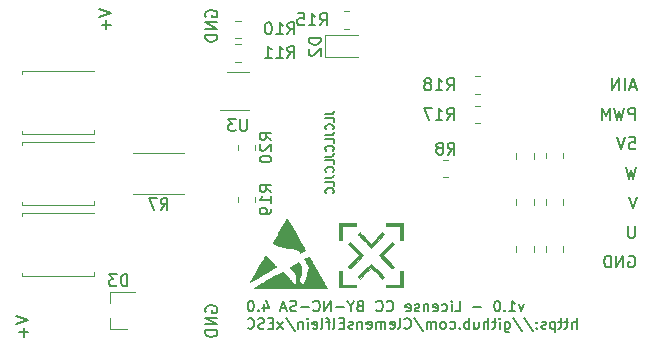
<source format=gbr>
%TF.GenerationSoftware,KiCad,Pcbnew,(5.1.10)-1*%
%TF.CreationDate,2021-11-06T00:48:36+01:00*%
%TF.ProjectId,xESC,78455343-2e6b-4696-9361-645f70636258,rev?*%
%TF.SameCoordinates,Original*%
%TF.FileFunction,Legend,Bot*%
%TF.FilePolarity,Positive*%
%FSLAX46Y46*%
G04 Gerber Fmt 4.6, Leading zero omitted, Abs format (unit mm)*
G04 Created by KiCad (PCBNEW (5.1.10)-1) date 2021-11-06 00:48:36*
%MOMM*%
%LPD*%
G01*
G04 APERTURE LIST*
%ADD10C,0.150000*%
%ADD11C,0.120000*%
%ADD12C,0.010000*%
G04 APERTURE END LIST*
D10*
X186616666Y-39966666D02*
X187116666Y-39966666D01*
X187216666Y-39933333D01*
X187283333Y-39866666D01*
X187316666Y-39766666D01*
X187316666Y-39700000D01*
X187316666Y-40633333D02*
X187316666Y-40300000D01*
X186616666Y-40300000D01*
X187250000Y-41266666D02*
X187283333Y-41233333D01*
X187316666Y-41133333D01*
X187316666Y-41066666D01*
X187283333Y-40966666D01*
X187216666Y-40900000D01*
X187150000Y-40866666D01*
X187016666Y-40833333D01*
X186916666Y-40833333D01*
X186783333Y-40866666D01*
X186716666Y-40900000D01*
X186650000Y-40966666D01*
X186616666Y-41066666D01*
X186616666Y-41133333D01*
X186650000Y-41233333D01*
X186683333Y-41266666D01*
X186616666Y-41766666D02*
X187116666Y-41766666D01*
X187216666Y-41733333D01*
X187283333Y-41666666D01*
X187316666Y-41566666D01*
X187316666Y-41500000D01*
X187316666Y-42433333D02*
X187316666Y-42100000D01*
X186616666Y-42100000D01*
X187250000Y-43066666D02*
X187283333Y-43033333D01*
X187316666Y-42933333D01*
X187316666Y-42866666D01*
X187283333Y-42766666D01*
X187216666Y-42700000D01*
X187150000Y-42666666D01*
X187016666Y-42633333D01*
X186916666Y-42633333D01*
X186783333Y-42666666D01*
X186716666Y-42700000D01*
X186650000Y-42766666D01*
X186616666Y-42866666D01*
X186616666Y-42933333D01*
X186650000Y-43033333D01*
X186683333Y-43066666D01*
X186616666Y-43566666D02*
X187116666Y-43566666D01*
X187216666Y-43533333D01*
X187283333Y-43466666D01*
X187316666Y-43366666D01*
X187316666Y-43300000D01*
X187316666Y-44233333D02*
X187316666Y-43900000D01*
X186616666Y-43900000D01*
X187250000Y-44866666D02*
X187283333Y-44833333D01*
X187316666Y-44733333D01*
X187316666Y-44666666D01*
X187283333Y-44566666D01*
X187216666Y-44500000D01*
X187150000Y-44466666D01*
X187016666Y-44433333D01*
X186916666Y-44433333D01*
X186783333Y-44466666D01*
X186716666Y-44500000D01*
X186650000Y-44566666D01*
X186616666Y-44666666D01*
X186616666Y-44733333D01*
X186650000Y-44833333D01*
X186683333Y-44866666D01*
X186616666Y-45366666D02*
X187116666Y-45366666D01*
X187216666Y-45333333D01*
X187283333Y-45266666D01*
X187316666Y-45166666D01*
X187316666Y-45100000D01*
X187316666Y-46033333D02*
X187316666Y-45700000D01*
X186616666Y-45700000D01*
X187250000Y-46666666D02*
X187283333Y-46633333D01*
X187316666Y-46533333D01*
X187316666Y-46466666D01*
X187283333Y-46366666D01*
X187216666Y-46300000D01*
X187150000Y-46266666D01*
X187016666Y-46233333D01*
X186916666Y-46233333D01*
X186783333Y-46266666D01*
X186716666Y-46300000D01*
X186650000Y-46366666D01*
X186616666Y-46466666D01*
X186616666Y-46533333D01*
X186650000Y-46633333D01*
X186683333Y-46666666D01*
X203418928Y-56057142D02*
X203204642Y-56657142D01*
X202990357Y-56057142D01*
X202176071Y-56657142D02*
X202690357Y-56657142D01*
X202433214Y-56657142D02*
X202433214Y-55757142D01*
X202518928Y-55885714D01*
X202604642Y-55971428D01*
X202690357Y-56014285D01*
X201790357Y-56571428D02*
X201747500Y-56614285D01*
X201790357Y-56657142D01*
X201833214Y-56614285D01*
X201790357Y-56571428D01*
X201790357Y-56657142D01*
X201190357Y-55757142D02*
X201104642Y-55757142D01*
X201018928Y-55800000D01*
X200976071Y-55842857D01*
X200933214Y-55928571D01*
X200890357Y-56100000D01*
X200890357Y-56314285D01*
X200933214Y-56485714D01*
X200976071Y-56571428D01*
X201018928Y-56614285D01*
X201104642Y-56657142D01*
X201190357Y-56657142D01*
X201276071Y-56614285D01*
X201318928Y-56571428D01*
X201361785Y-56485714D01*
X201404642Y-56314285D01*
X201404642Y-56100000D01*
X201361785Y-55928571D01*
X201318928Y-55842857D01*
X201276071Y-55800000D01*
X201190357Y-55757142D01*
X199818928Y-56314285D02*
X199133214Y-56314285D01*
X197590357Y-56657142D02*
X198018928Y-56657142D01*
X198018928Y-55757142D01*
X197290357Y-56657142D02*
X197290357Y-56057142D01*
X197290357Y-55757142D02*
X197333214Y-55800000D01*
X197290357Y-55842857D01*
X197247500Y-55800000D01*
X197290357Y-55757142D01*
X197290357Y-55842857D01*
X196476071Y-56614285D02*
X196561785Y-56657142D01*
X196733214Y-56657142D01*
X196818928Y-56614285D01*
X196861785Y-56571428D01*
X196904642Y-56485714D01*
X196904642Y-56228571D01*
X196861785Y-56142857D01*
X196818928Y-56100000D01*
X196733214Y-56057142D01*
X196561785Y-56057142D01*
X196476071Y-56100000D01*
X195747500Y-56614285D02*
X195833214Y-56657142D01*
X196004642Y-56657142D01*
X196090357Y-56614285D01*
X196133214Y-56528571D01*
X196133214Y-56185714D01*
X196090357Y-56100000D01*
X196004642Y-56057142D01*
X195833214Y-56057142D01*
X195747500Y-56100000D01*
X195704642Y-56185714D01*
X195704642Y-56271428D01*
X196133214Y-56357142D01*
X195318928Y-56057142D02*
X195318928Y-56657142D01*
X195318928Y-56142857D02*
X195276071Y-56100000D01*
X195190357Y-56057142D01*
X195061785Y-56057142D01*
X194976071Y-56100000D01*
X194933214Y-56185714D01*
X194933214Y-56657142D01*
X194547500Y-56614285D02*
X194461785Y-56657142D01*
X194290357Y-56657142D01*
X194204642Y-56614285D01*
X194161785Y-56528571D01*
X194161785Y-56485714D01*
X194204642Y-56400000D01*
X194290357Y-56357142D01*
X194418928Y-56357142D01*
X194504642Y-56314285D01*
X194547500Y-56228571D01*
X194547500Y-56185714D01*
X194504642Y-56100000D01*
X194418928Y-56057142D01*
X194290357Y-56057142D01*
X194204642Y-56100000D01*
X193433214Y-56614285D02*
X193518928Y-56657142D01*
X193690357Y-56657142D01*
X193776071Y-56614285D01*
X193818928Y-56528571D01*
X193818928Y-56185714D01*
X193776071Y-56100000D01*
X193690357Y-56057142D01*
X193518928Y-56057142D01*
X193433214Y-56100000D01*
X193390357Y-56185714D01*
X193390357Y-56271428D01*
X193818928Y-56357142D01*
X191804642Y-56571428D02*
X191847500Y-56614285D01*
X191976071Y-56657142D01*
X192061785Y-56657142D01*
X192190357Y-56614285D01*
X192276071Y-56528571D01*
X192318928Y-56442857D01*
X192361785Y-56271428D01*
X192361785Y-56142857D01*
X192318928Y-55971428D01*
X192276071Y-55885714D01*
X192190357Y-55800000D01*
X192061785Y-55757142D01*
X191976071Y-55757142D01*
X191847500Y-55800000D01*
X191804642Y-55842857D01*
X190904642Y-56571428D02*
X190947500Y-56614285D01*
X191076071Y-56657142D01*
X191161785Y-56657142D01*
X191290357Y-56614285D01*
X191376071Y-56528571D01*
X191418928Y-56442857D01*
X191461785Y-56271428D01*
X191461785Y-56142857D01*
X191418928Y-55971428D01*
X191376071Y-55885714D01*
X191290357Y-55800000D01*
X191161785Y-55757142D01*
X191076071Y-55757142D01*
X190947500Y-55800000D01*
X190904642Y-55842857D01*
X189533214Y-56185714D02*
X189404642Y-56228571D01*
X189361785Y-56271428D01*
X189318928Y-56357142D01*
X189318928Y-56485714D01*
X189361785Y-56571428D01*
X189404642Y-56614285D01*
X189490357Y-56657142D01*
X189833214Y-56657142D01*
X189833214Y-55757142D01*
X189533214Y-55757142D01*
X189447500Y-55800000D01*
X189404642Y-55842857D01*
X189361785Y-55928571D01*
X189361785Y-56014285D01*
X189404642Y-56100000D01*
X189447500Y-56142857D01*
X189533214Y-56185714D01*
X189833214Y-56185714D01*
X188761785Y-56228571D02*
X188761785Y-56657142D01*
X189061785Y-55757142D02*
X188761785Y-56228571D01*
X188461785Y-55757142D01*
X188161785Y-56314285D02*
X187476071Y-56314285D01*
X187047500Y-56657142D02*
X187047500Y-55757142D01*
X186533214Y-56657142D01*
X186533214Y-55757142D01*
X185590357Y-56571428D02*
X185633214Y-56614285D01*
X185761785Y-56657142D01*
X185847500Y-56657142D01*
X185976071Y-56614285D01*
X186061785Y-56528571D01*
X186104642Y-56442857D01*
X186147500Y-56271428D01*
X186147500Y-56142857D01*
X186104642Y-55971428D01*
X186061785Y-55885714D01*
X185976071Y-55800000D01*
X185847500Y-55757142D01*
X185761785Y-55757142D01*
X185633214Y-55800000D01*
X185590357Y-55842857D01*
X185204642Y-56314285D02*
X184518928Y-56314285D01*
X184133214Y-56614285D02*
X184004642Y-56657142D01*
X183790357Y-56657142D01*
X183704642Y-56614285D01*
X183661785Y-56571428D01*
X183618928Y-56485714D01*
X183618928Y-56400000D01*
X183661785Y-56314285D01*
X183704642Y-56271428D01*
X183790357Y-56228571D01*
X183961785Y-56185714D01*
X184047500Y-56142857D01*
X184090357Y-56100000D01*
X184133214Y-56014285D01*
X184133214Y-55928571D01*
X184090357Y-55842857D01*
X184047500Y-55800000D01*
X183961785Y-55757142D01*
X183747500Y-55757142D01*
X183618928Y-55800000D01*
X183276071Y-56400000D02*
X182847500Y-56400000D01*
X183361785Y-56657142D02*
X183061785Y-55757142D01*
X182761785Y-56657142D01*
X181390357Y-56057142D02*
X181390357Y-56657142D01*
X181604642Y-55714285D02*
X181818928Y-56357142D01*
X181261785Y-56357142D01*
X180918928Y-56571428D02*
X180876071Y-56614285D01*
X180918928Y-56657142D01*
X180961785Y-56614285D01*
X180918928Y-56571428D01*
X180918928Y-56657142D01*
X180318928Y-55757142D02*
X180233214Y-55757142D01*
X180147500Y-55800000D01*
X180104642Y-55842857D01*
X180061785Y-55928571D01*
X180018928Y-56100000D01*
X180018928Y-56314285D01*
X180061785Y-56485714D01*
X180104642Y-56571428D01*
X180147500Y-56614285D01*
X180233214Y-56657142D01*
X180318928Y-56657142D01*
X180404642Y-56614285D01*
X180447500Y-56571428D01*
X180490357Y-56485714D01*
X180533214Y-56314285D01*
X180533214Y-56100000D01*
X180490357Y-55928571D01*
X180447500Y-55842857D01*
X180404642Y-55800000D01*
X180318928Y-55757142D01*
X207876071Y-58157142D02*
X207876071Y-57257142D01*
X207490357Y-58157142D02*
X207490357Y-57685714D01*
X207533214Y-57600000D01*
X207618928Y-57557142D01*
X207747500Y-57557142D01*
X207833214Y-57600000D01*
X207876071Y-57642857D01*
X207190357Y-57557142D02*
X206847500Y-57557142D01*
X207061785Y-57257142D02*
X207061785Y-58028571D01*
X207018928Y-58114285D01*
X206933214Y-58157142D01*
X206847500Y-58157142D01*
X206676071Y-57557142D02*
X206333214Y-57557142D01*
X206547500Y-57257142D02*
X206547500Y-58028571D01*
X206504642Y-58114285D01*
X206418928Y-58157142D01*
X206333214Y-58157142D01*
X206033214Y-57557142D02*
X206033214Y-58457142D01*
X206033214Y-57600000D02*
X205947500Y-57557142D01*
X205776071Y-57557142D01*
X205690357Y-57600000D01*
X205647500Y-57642857D01*
X205604642Y-57728571D01*
X205604642Y-57985714D01*
X205647500Y-58071428D01*
X205690357Y-58114285D01*
X205776071Y-58157142D01*
X205947500Y-58157142D01*
X206033214Y-58114285D01*
X205261785Y-58114285D02*
X205176071Y-58157142D01*
X205004642Y-58157142D01*
X204918928Y-58114285D01*
X204876071Y-58028571D01*
X204876071Y-57985714D01*
X204918928Y-57900000D01*
X205004642Y-57857142D01*
X205133214Y-57857142D01*
X205218928Y-57814285D01*
X205261785Y-57728571D01*
X205261785Y-57685714D01*
X205218928Y-57600000D01*
X205133214Y-57557142D01*
X205004642Y-57557142D01*
X204918928Y-57600000D01*
X204490357Y-58071428D02*
X204447500Y-58114285D01*
X204490357Y-58157142D01*
X204533214Y-58114285D01*
X204490357Y-58071428D01*
X204490357Y-58157142D01*
X204490357Y-57600000D02*
X204447500Y-57642857D01*
X204490357Y-57685714D01*
X204533214Y-57642857D01*
X204490357Y-57600000D01*
X204490357Y-57685714D01*
X203418928Y-57214285D02*
X204190357Y-58371428D01*
X202476071Y-57214285D02*
X203247500Y-58371428D01*
X201790357Y-57557142D02*
X201790357Y-58285714D01*
X201833214Y-58371428D01*
X201876071Y-58414285D01*
X201961785Y-58457142D01*
X202090357Y-58457142D01*
X202176071Y-58414285D01*
X201790357Y-58114285D02*
X201876071Y-58157142D01*
X202047500Y-58157142D01*
X202133214Y-58114285D01*
X202176071Y-58071428D01*
X202218928Y-57985714D01*
X202218928Y-57728571D01*
X202176071Y-57642857D01*
X202133214Y-57600000D01*
X202047500Y-57557142D01*
X201876071Y-57557142D01*
X201790357Y-57600000D01*
X201361785Y-58157142D02*
X201361785Y-57557142D01*
X201361785Y-57257142D02*
X201404642Y-57300000D01*
X201361785Y-57342857D01*
X201318928Y-57300000D01*
X201361785Y-57257142D01*
X201361785Y-57342857D01*
X201061785Y-57557142D02*
X200718928Y-57557142D01*
X200933214Y-57257142D02*
X200933214Y-58028571D01*
X200890357Y-58114285D01*
X200804642Y-58157142D01*
X200718928Y-58157142D01*
X200418928Y-58157142D02*
X200418928Y-57257142D01*
X200033214Y-58157142D02*
X200033214Y-57685714D01*
X200076071Y-57600000D01*
X200161785Y-57557142D01*
X200290357Y-57557142D01*
X200376071Y-57600000D01*
X200418928Y-57642857D01*
X199218928Y-57557142D02*
X199218928Y-58157142D01*
X199604642Y-57557142D02*
X199604642Y-58028571D01*
X199561785Y-58114285D01*
X199476071Y-58157142D01*
X199347500Y-58157142D01*
X199261785Y-58114285D01*
X199218928Y-58071428D01*
X198790357Y-58157142D02*
X198790357Y-57257142D01*
X198790357Y-57600000D02*
X198704642Y-57557142D01*
X198533214Y-57557142D01*
X198447500Y-57600000D01*
X198404642Y-57642857D01*
X198361785Y-57728571D01*
X198361785Y-57985714D01*
X198404642Y-58071428D01*
X198447500Y-58114285D01*
X198533214Y-58157142D01*
X198704642Y-58157142D01*
X198790357Y-58114285D01*
X197976071Y-58071428D02*
X197933214Y-58114285D01*
X197976071Y-58157142D01*
X198018928Y-58114285D01*
X197976071Y-58071428D01*
X197976071Y-58157142D01*
X197161785Y-58114285D02*
X197247500Y-58157142D01*
X197418928Y-58157142D01*
X197504642Y-58114285D01*
X197547500Y-58071428D01*
X197590357Y-57985714D01*
X197590357Y-57728571D01*
X197547500Y-57642857D01*
X197504642Y-57600000D01*
X197418928Y-57557142D01*
X197247500Y-57557142D01*
X197161785Y-57600000D01*
X196647500Y-58157142D02*
X196733214Y-58114285D01*
X196776071Y-58071428D01*
X196818928Y-57985714D01*
X196818928Y-57728571D01*
X196776071Y-57642857D01*
X196733214Y-57600000D01*
X196647500Y-57557142D01*
X196518928Y-57557142D01*
X196433214Y-57600000D01*
X196390357Y-57642857D01*
X196347500Y-57728571D01*
X196347500Y-57985714D01*
X196390357Y-58071428D01*
X196433214Y-58114285D01*
X196518928Y-58157142D01*
X196647500Y-58157142D01*
X195961785Y-58157142D02*
X195961785Y-57557142D01*
X195961785Y-57642857D02*
X195918928Y-57600000D01*
X195833214Y-57557142D01*
X195704642Y-57557142D01*
X195618928Y-57600000D01*
X195576071Y-57685714D01*
X195576071Y-58157142D01*
X195576071Y-57685714D02*
X195533214Y-57600000D01*
X195447500Y-57557142D01*
X195318928Y-57557142D01*
X195233214Y-57600000D01*
X195190357Y-57685714D01*
X195190357Y-58157142D01*
X194118928Y-57214285D02*
X194890357Y-58371428D01*
X193304642Y-58071428D02*
X193347500Y-58114285D01*
X193476071Y-58157142D01*
X193561785Y-58157142D01*
X193690357Y-58114285D01*
X193776071Y-58028571D01*
X193818928Y-57942857D01*
X193861785Y-57771428D01*
X193861785Y-57642857D01*
X193818928Y-57471428D01*
X193776071Y-57385714D01*
X193690357Y-57300000D01*
X193561785Y-57257142D01*
X193476071Y-57257142D01*
X193347500Y-57300000D01*
X193304642Y-57342857D01*
X192790357Y-58157142D02*
X192876071Y-58114285D01*
X192918928Y-58028571D01*
X192918928Y-57257142D01*
X192104642Y-58114285D02*
X192190357Y-58157142D01*
X192361785Y-58157142D01*
X192447500Y-58114285D01*
X192490357Y-58028571D01*
X192490357Y-57685714D01*
X192447500Y-57600000D01*
X192361785Y-57557142D01*
X192190357Y-57557142D01*
X192104642Y-57600000D01*
X192061785Y-57685714D01*
X192061785Y-57771428D01*
X192490357Y-57857142D01*
X191676071Y-58157142D02*
X191676071Y-57557142D01*
X191676071Y-57642857D02*
X191633214Y-57600000D01*
X191547500Y-57557142D01*
X191418928Y-57557142D01*
X191333214Y-57600000D01*
X191290357Y-57685714D01*
X191290357Y-58157142D01*
X191290357Y-57685714D02*
X191247500Y-57600000D01*
X191161785Y-57557142D01*
X191033214Y-57557142D01*
X190947500Y-57600000D01*
X190904642Y-57685714D01*
X190904642Y-58157142D01*
X190133214Y-58114285D02*
X190218928Y-58157142D01*
X190390357Y-58157142D01*
X190476071Y-58114285D01*
X190518928Y-58028571D01*
X190518928Y-57685714D01*
X190476071Y-57600000D01*
X190390357Y-57557142D01*
X190218928Y-57557142D01*
X190133214Y-57600000D01*
X190090357Y-57685714D01*
X190090357Y-57771428D01*
X190518928Y-57857142D01*
X189704642Y-57557142D02*
X189704642Y-58157142D01*
X189704642Y-57642857D02*
X189661785Y-57600000D01*
X189576071Y-57557142D01*
X189447500Y-57557142D01*
X189361785Y-57600000D01*
X189318928Y-57685714D01*
X189318928Y-58157142D01*
X188933214Y-58114285D02*
X188847500Y-58157142D01*
X188676071Y-58157142D01*
X188590357Y-58114285D01*
X188547500Y-58028571D01*
X188547500Y-57985714D01*
X188590357Y-57900000D01*
X188676071Y-57857142D01*
X188804642Y-57857142D01*
X188890357Y-57814285D01*
X188933214Y-57728571D01*
X188933214Y-57685714D01*
X188890357Y-57600000D01*
X188804642Y-57557142D01*
X188676071Y-57557142D01*
X188590357Y-57600000D01*
X188161785Y-57685714D02*
X187861785Y-57685714D01*
X187733214Y-58157142D02*
X188161785Y-58157142D01*
X188161785Y-57257142D01*
X187733214Y-57257142D01*
X187218928Y-58157142D02*
X187304642Y-58114285D01*
X187347500Y-58028571D01*
X187347500Y-57257142D01*
X187004642Y-57557142D02*
X186661785Y-57557142D01*
X186876071Y-58157142D02*
X186876071Y-57385714D01*
X186833214Y-57300000D01*
X186747500Y-57257142D01*
X186661785Y-57257142D01*
X186233214Y-58157142D02*
X186318928Y-58114285D01*
X186361785Y-58028571D01*
X186361785Y-57257142D01*
X185547500Y-58114285D02*
X185633214Y-58157142D01*
X185804642Y-58157142D01*
X185890357Y-58114285D01*
X185933214Y-58028571D01*
X185933214Y-57685714D01*
X185890357Y-57600000D01*
X185804642Y-57557142D01*
X185633214Y-57557142D01*
X185547500Y-57600000D01*
X185504642Y-57685714D01*
X185504642Y-57771428D01*
X185933214Y-57857142D01*
X185118928Y-58157142D02*
X185118928Y-57557142D01*
X185118928Y-57257142D02*
X185161785Y-57300000D01*
X185118928Y-57342857D01*
X185076071Y-57300000D01*
X185118928Y-57257142D01*
X185118928Y-57342857D01*
X184690357Y-57557142D02*
X184690357Y-58157142D01*
X184690357Y-57642857D02*
X184647500Y-57600000D01*
X184561785Y-57557142D01*
X184433214Y-57557142D01*
X184347500Y-57600000D01*
X184304642Y-57685714D01*
X184304642Y-58157142D01*
X183233214Y-57214285D02*
X184004642Y-58371428D01*
X183018928Y-58157142D02*
X182547500Y-57557142D01*
X183018928Y-57557142D02*
X182547500Y-58157142D01*
X182204642Y-57685714D02*
X181904642Y-57685714D01*
X181776071Y-58157142D02*
X182204642Y-58157142D01*
X182204642Y-57257142D01*
X181776071Y-57257142D01*
X181433214Y-58114285D02*
X181304642Y-58157142D01*
X181090357Y-58157142D01*
X181004642Y-58114285D01*
X180961785Y-58071428D01*
X180918928Y-57985714D01*
X180918928Y-57900000D01*
X180961785Y-57814285D01*
X181004642Y-57771428D01*
X181090357Y-57728571D01*
X181261785Y-57685714D01*
X181347500Y-57642857D01*
X181390357Y-57600000D01*
X181433214Y-57514285D01*
X181433214Y-57428571D01*
X181390357Y-57342857D01*
X181347500Y-57300000D01*
X181261785Y-57257142D01*
X181047500Y-57257142D01*
X180918928Y-57300000D01*
X180018928Y-58071428D02*
X180061785Y-58114285D01*
X180190357Y-58157142D01*
X180276071Y-58157142D01*
X180404642Y-58114285D01*
X180490357Y-58028571D01*
X180533214Y-57942857D01*
X180576071Y-57771428D01*
X180576071Y-57642857D01*
X180533214Y-57471428D01*
X180490357Y-57385714D01*
X180404642Y-57300000D01*
X180276071Y-57257142D01*
X180190357Y-57257142D01*
X180061785Y-57300000D01*
X180018928Y-57342857D01*
X212290595Y-52000000D02*
X212385833Y-51952380D01*
X212528690Y-51952380D01*
X212671547Y-52000000D01*
X212766785Y-52095238D01*
X212814404Y-52190476D01*
X212862023Y-52380952D01*
X212862023Y-52523809D01*
X212814404Y-52714285D01*
X212766785Y-52809523D01*
X212671547Y-52904761D01*
X212528690Y-52952380D01*
X212433452Y-52952380D01*
X212290595Y-52904761D01*
X212242976Y-52857142D01*
X212242976Y-52523809D01*
X212433452Y-52523809D01*
X211814404Y-52952380D02*
X211814404Y-51952380D01*
X211242976Y-52952380D01*
X211242976Y-51952380D01*
X210766785Y-52952380D02*
X210766785Y-51952380D01*
X210528690Y-51952380D01*
X210385833Y-52000000D01*
X210290595Y-52095238D01*
X210242976Y-52190476D01*
X210195357Y-52380952D01*
X210195357Y-52523809D01*
X210242976Y-52714285D01*
X210290595Y-52809523D01*
X210385833Y-52904761D01*
X210528690Y-52952380D01*
X210766785Y-52952380D01*
X212814404Y-49452380D02*
X212814404Y-50261904D01*
X212766785Y-50357142D01*
X212719166Y-50404761D01*
X212623928Y-50452380D01*
X212433452Y-50452380D01*
X212338214Y-50404761D01*
X212290595Y-50357142D01*
X212242976Y-50261904D01*
X212242976Y-49452380D01*
X212957261Y-46952380D02*
X212623928Y-47952380D01*
X212290595Y-46952380D01*
X212909642Y-44452380D02*
X212671547Y-45452380D01*
X212481071Y-44738095D01*
X212290595Y-45452380D01*
X212052500Y-44452380D01*
X212338214Y-41952380D02*
X212814404Y-41952380D01*
X212862023Y-42428571D01*
X212814404Y-42380952D01*
X212719166Y-42333333D01*
X212481071Y-42333333D01*
X212385833Y-42380952D01*
X212338214Y-42428571D01*
X212290595Y-42523809D01*
X212290595Y-42761904D01*
X212338214Y-42857142D01*
X212385833Y-42904761D01*
X212481071Y-42952380D01*
X212719166Y-42952380D01*
X212814404Y-42904761D01*
X212862023Y-42857142D01*
X212004880Y-41952380D02*
X211671547Y-42952380D01*
X211338214Y-41952380D01*
X212814404Y-40452380D02*
X212814404Y-39452380D01*
X212433452Y-39452380D01*
X212338214Y-39500000D01*
X212290595Y-39547619D01*
X212242976Y-39642857D01*
X212242976Y-39785714D01*
X212290595Y-39880952D01*
X212338214Y-39928571D01*
X212433452Y-39976190D01*
X212814404Y-39976190D01*
X211909642Y-39452380D02*
X211671547Y-40452380D01*
X211481071Y-39738095D01*
X211290595Y-40452380D01*
X211052500Y-39452380D01*
X210671547Y-40452380D02*
X210671547Y-39452380D01*
X210338214Y-40166666D01*
X210004880Y-39452380D01*
X210004880Y-40452380D01*
X212862023Y-37666666D02*
X212385833Y-37666666D01*
X212957261Y-37952380D02*
X212623928Y-36952380D01*
X212290595Y-37952380D01*
X211957261Y-37952380D02*
X211957261Y-36952380D01*
X211481071Y-37952380D02*
X211481071Y-36952380D01*
X210909642Y-37952380D01*
X210909642Y-36952380D01*
X176500000Y-56738095D02*
X176452380Y-56642857D01*
X176452380Y-56500000D01*
X176500000Y-56357142D01*
X176595238Y-56261904D01*
X176690476Y-56214285D01*
X176880952Y-56166666D01*
X177023809Y-56166666D01*
X177214285Y-56214285D01*
X177309523Y-56261904D01*
X177404761Y-56357142D01*
X177452380Y-56500000D01*
X177452380Y-56595238D01*
X177404761Y-56738095D01*
X177357142Y-56785714D01*
X177023809Y-56785714D01*
X177023809Y-56595238D01*
X177452380Y-57214285D02*
X176452380Y-57214285D01*
X177452380Y-57785714D01*
X176452380Y-57785714D01*
X177452380Y-58261904D02*
X176452380Y-58261904D01*
X176452380Y-58500000D01*
X176500000Y-58642857D01*
X176595238Y-58738095D01*
X176690476Y-58785714D01*
X176880952Y-58833333D01*
X177023809Y-58833333D01*
X177214285Y-58785714D01*
X177309523Y-58738095D01*
X177404761Y-58642857D01*
X177452380Y-58500000D01*
X177452380Y-58261904D01*
X160452380Y-57047619D02*
X161452380Y-57380952D01*
X160452380Y-57714285D01*
X161071428Y-58047619D02*
X161071428Y-58809523D01*
X161452380Y-58428571D02*
X160690476Y-58428571D01*
X167452380Y-31047619D02*
X168452380Y-31380952D01*
X167452380Y-31714285D01*
X168071428Y-32047619D02*
X168071428Y-32809523D01*
X168452380Y-32428571D02*
X167690476Y-32428571D01*
X176500000Y-31738095D02*
X176452380Y-31642857D01*
X176452380Y-31500000D01*
X176500000Y-31357142D01*
X176595238Y-31261904D01*
X176690476Y-31214285D01*
X176880952Y-31166666D01*
X177023809Y-31166666D01*
X177214285Y-31214285D01*
X177309523Y-31261904D01*
X177404761Y-31357142D01*
X177452380Y-31500000D01*
X177452380Y-31595238D01*
X177404761Y-31738095D01*
X177357142Y-31785714D01*
X177023809Y-31785714D01*
X177023809Y-31595238D01*
X177452380Y-32214285D02*
X176452380Y-32214285D01*
X177452380Y-32785714D01*
X176452380Y-32785714D01*
X177452380Y-33261904D02*
X176452380Y-33261904D01*
X176452380Y-33500000D01*
X176500000Y-33642857D01*
X176595238Y-33738095D01*
X176690476Y-33785714D01*
X176880952Y-33833333D01*
X177023809Y-33833333D01*
X177214285Y-33785714D01*
X177309523Y-33738095D01*
X177404761Y-33642857D01*
X177452380Y-33500000D01*
X177452380Y-33261904D01*
D11*
%TO.C,U3*%
X178301226Y-36440105D02*
X180101226Y-36440105D01*
X180101226Y-39660105D02*
X177651226Y-39660105D01*
%TO.C,R20*%
X179205000Y-43017064D02*
X179205000Y-42562936D01*
X180675000Y-43017064D02*
X180675000Y-42562936D01*
%TO.C,R19*%
X179205000Y-47427064D02*
X179205000Y-46972936D01*
X180675000Y-47427064D02*
X180675000Y-46972936D01*
%TO.C,D3*%
X168340000Y-58180000D02*
X169800000Y-58180000D01*
X168340000Y-55020000D02*
X170500000Y-55020000D01*
X168340000Y-55020000D02*
X168340000Y-55950000D01*
X168340000Y-58180000D02*
X168340000Y-57250000D01*
D12*
%TO.C,G\u002A\u002A\u002A*%
G36*
X187988222Y-49488222D02*
G01*
X189201778Y-49488222D01*
X189201778Y-49234222D01*
X187762444Y-49234222D01*
X187762444Y-50673556D01*
X187988222Y-50673556D01*
X187988222Y-49488222D01*
G37*
X187988222Y-49488222D02*
X189201778Y-49488222D01*
X189201778Y-49234222D01*
X187762444Y-49234222D01*
X187762444Y-50673556D01*
X187988222Y-50673556D01*
X187988222Y-49488222D01*
G36*
X193181111Y-49234222D02*
G01*
X191741778Y-49234222D01*
X191741778Y-49460000D01*
X192955333Y-49460000D01*
X192955333Y-50673556D01*
X193181111Y-50673556D01*
X193181111Y-49234222D01*
G37*
X193181111Y-49234222D02*
X191741778Y-49234222D01*
X191741778Y-49460000D01*
X192955333Y-49460000D01*
X192955333Y-50673556D01*
X193181111Y-50673556D01*
X193181111Y-49234222D01*
G36*
X191036086Y-50716025D02*
G01*
X191600388Y-50152252D01*
X191515745Y-50067608D01*
X191431102Y-49982965D01*
X190951440Y-50462005D01*
X190471778Y-50941044D01*
X189998753Y-50468633D01*
X189865205Y-50335903D01*
X189744925Y-50217586D01*
X189643623Y-50119200D01*
X189567009Y-50046262D01*
X189520792Y-50004288D01*
X189509783Y-49996222D01*
X189481372Y-50014672D01*
X189434595Y-50059295D01*
X189432475Y-50061541D01*
X189389487Y-50114984D01*
X189371120Y-50153066D01*
X189371111Y-50153535D01*
X189390329Y-50179711D01*
X189444562Y-50240187D01*
X189528678Y-50329585D01*
X189637542Y-50442529D01*
X189766024Y-50573643D01*
X189908989Y-50717550D01*
X189921448Y-50730003D01*
X190471784Y-51279797D01*
X191036086Y-50716025D01*
G37*
X191036086Y-50716025D02*
X191600388Y-50152252D01*
X191515745Y-50067608D01*
X191431102Y-49982965D01*
X190951440Y-50462005D01*
X190471778Y-50941044D01*
X189998753Y-50468633D01*
X189865205Y-50335903D01*
X189744925Y-50217586D01*
X189643623Y-50119200D01*
X189567009Y-50046262D01*
X189520792Y-50004288D01*
X189509783Y-49996222D01*
X189481372Y-50014672D01*
X189434595Y-50059295D01*
X189432475Y-50061541D01*
X189389487Y-50114984D01*
X189371120Y-50153066D01*
X189371111Y-50153535D01*
X189390329Y-50179711D01*
X189444562Y-50240187D01*
X189528678Y-50329585D01*
X189637542Y-50442529D01*
X189766024Y-50573643D01*
X189908989Y-50717550D01*
X189921448Y-50730003D01*
X190471784Y-51279797D01*
X191036086Y-50716025D01*
G36*
X188705031Y-53024989D02*
G01*
X188766483Y-52970715D01*
X188856738Y-52886539D01*
X188970377Y-52777600D01*
X189101980Y-52649037D01*
X189246126Y-52505989D01*
X189258222Y-52493889D01*
X189808012Y-51943556D01*
X189258222Y-51393222D01*
X189113294Y-51249223D01*
X188980470Y-51119292D01*
X188865170Y-51008567D01*
X188772813Y-50922188D01*
X188708818Y-50865293D01*
X188678607Y-50843021D01*
X188677802Y-50842889D01*
X188639322Y-50861811D01*
X188586119Y-50908007D01*
X188580004Y-50914386D01*
X188512836Y-50985883D01*
X188991051Y-51464719D01*
X189469266Y-51943556D01*
X188512836Y-52901228D01*
X188580004Y-52972725D01*
X188633511Y-53021052D01*
X188674802Y-53043938D01*
X188677802Y-53044222D01*
X188705031Y-53024989D01*
G37*
X188705031Y-53024989D02*
X188766483Y-52970715D01*
X188856738Y-52886539D01*
X188970377Y-52777600D01*
X189101980Y-52649037D01*
X189246126Y-52505989D01*
X189258222Y-52493889D01*
X189808012Y-51943556D01*
X189258222Y-51393222D01*
X189113294Y-51249223D01*
X188980470Y-51119292D01*
X188865170Y-51008567D01*
X188772813Y-50922188D01*
X188708818Y-50865293D01*
X188678607Y-50843021D01*
X188677802Y-50842889D01*
X188639322Y-50861811D01*
X188586119Y-50908007D01*
X188580004Y-50914386D01*
X188512836Y-50985883D01*
X188991051Y-51464719D01*
X189469266Y-51943556D01*
X188512836Y-52901228D01*
X188580004Y-52972725D01*
X188633511Y-53021052D01*
X188674802Y-53043938D01*
X188677802Y-53044222D01*
X188705031Y-53024989D01*
G36*
X192304233Y-53025300D02*
G01*
X192357436Y-52979105D01*
X192363551Y-52972725D01*
X192430719Y-52901228D01*
X191474289Y-51943556D01*
X191952504Y-51464719D01*
X192430719Y-50985883D01*
X192363551Y-50914386D01*
X192310044Y-50866059D01*
X192268753Y-50843173D01*
X192265753Y-50842889D01*
X192238524Y-50862122D01*
X192177072Y-50916396D01*
X192086817Y-51000572D01*
X191973178Y-51109511D01*
X191841575Y-51238074D01*
X191697429Y-51381122D01*
X191685333Y-51393222D01*
X191135543Y-51943556D01*
X191685333Y-52493889D01*
X191830261Y-52637888D01*
X191963085Y-52767819D01*
X192078385Y-52878544D01*
X192170742Y-52964924D01*
X192234737Y-53021819D01*
X192264948Y-53044090D01*
X192265753Y-53044222D01*
X192304233Y-53025300D01*
G37*
X192304233Y-53025300D02*
X192357436Y-52979105D01*
X192363551Y-52972725D01*
X192430719Y-52901228D01*
X191474289Y-51943556D01*
X191952504Y-51464719D01*
X192430719Y-50985883D01*
X192363551Y-50914386D01*
X192310044Y-50866059D01*
X192268753Y-50843173D01*
X192265753Y-50842889D01*
X192238524Y-50862122D01*
X192177072Y-50916396D01*
X192086817Y-51000572D01*
X191973178Y-51109511D01*
X191841575Y-51238074D01*
X191697429Y-51381122D01*
X191685333Y-51393222D01*
X191135543Y-51943556D01*
X191685333Y-52493889D01*
X191830261Y-52637888D01*
X191963085Y-52767819D01*
X192078385Y-52878544D01*
X192170742Y-52964924D01*
X192234737Y-53021819D01*
X192264948Y-53044090D01*
X192265753Y-53044222D01*
X192304233Y-53025300D01*
G36*
X191516026Y-53848530D02*
G01*
X191602215Y-53765956D01*
X191044317Y-53207533D01*
X190899079Y-53062663D01*
X190766888Y-52931769D01*
X190652946Y-52819927D01*
X190562460Y-52732214D01*
X190500633Y-52673706D01*
X190472671Y-52649479D01*
X190471771Y-52649111D01*
X190448788Y-52668283D01*
X190391281Y-52722388D01*
X190304498Y-52806308D01*
X190193689Y-52914925D01*
X190064102Y-53043122D01*
X189920987Y-53185781D01*
X189908101Y-53198676D01*
X189359078Y-53748241D01*
X189441650Y-53834428D01*
X189524223Y-53920615D01*
X189998000Y-53447452D01*
X190471778Y-52974289D01*
X190950807Y-53452697D01*
X191429837Y-53931105D01*
X191516026Y-53848530D01*
G37*
X191516026Y-53848530D02*
X191602215Y-53765956D01*
X191044317Y-53207533D01*
X190899079Y-53062663D01*
X190766888Y-52931769D01*
X190652946Y-52819927D01*
X190562460Y-52732214D01*
X190500633Y-52673706D01*
X190472671Y-52649479D01*
X190471771Y-52649111D01*
X190448788Y-52668283D01*
X190391281Y-52722388D01*
X190304498Y-52806308D01*
X190193689Y-52914925D01*
X190064102Y-53043122D01*
X189920987Y-53185781D01*
X189908101Y-53198676D01*
X189359078Y-53748241D01*
X189441650Y-53834428D01*
X189524223Y-53920615D01*
X189998000Y-53447452D01*
X190471778Y-52974289D01*
X190950807Y-53452697D01*
X191429837Y-53931105D01*
X191516026Y-53848530D01*
G36*
X189201778Y-54427111D02*
G01*
X187988222Y-54427111D01*
X187988222Y-53241778D01*
X187762444Y-53241778D01*
X187762444Y-54652889D01*
X189201778Y-54652889D01*
X189201778Y-54427111D01*
G37*
X189201778Y-54427111D02*
X187988222Y-54427111D01*
X187988222Y-53241778D01*
X187762444Y-53241778D01*
X187762444Y-54652889D01*
X189201778Y-54652889D01*
X189201778Y-54427111D01*
G36*
X193181111Y-53241778D02*
G01*
X192955333Y-53241778D01*
X192955333Y-54427111D01*
X191741778Y-54427111D01*
X191741778Y-54652889D01*
X193181111Y-54652889D01*
X193181111Y-53241778D01*
G37*
X193181111Y-53241778D02*
X192955333Y-53241778D01*
X192955333Y-54427111D01*
X191741778Y-54427111D01*
X191741778Y-54652889D01*
X193181111Y-54652889D01*
X193181111Y-53241778D01*
%TO.C,REF\u002A\u002A*%
G36*
X185177906Y-52041158D02*
G01*
X185145381Y-52053736D01*
X185095807Y-52078712D01*
X185024626Y-52117876D01*
X185019084Y-52120988D01*
X184953526Y-52158476D01*
X184898202Y-52191319D01*
X184858545Y-52216205D01*
X184839988Y-52229820D01*
X184839469Y-52230487D01*
X184843952Y-52249390D01*
X184864514Y-52291605D01*
X184899817Y-52354832D01*
X184948520Y-52436772D01*
X185009282Y-52535122D01*
X185080764Y-52647585D01*
X185098555Y-52675165D01*
X185144907Y-52751699D01*
X185178658Y-52817556D01*
X185196847Y-52866782D01*
X185198714Y-52876507D01*
X185197885Y-52919312D01*
X185188606Y-52987209D01*
X185172032Y-53075843D01*
X185149320Y-53180859D01*
X185121627Y-53297902D01*
X185090110Y-53422616D01*
X185055925Y-53550645D01*
X185020229Y-53677634D01*
X184984179Y-53799228D01*
X184948932Y-53911072D01*
X184915644Y-54008810D01*
X184885472Y-54088087D01*
X184864439Y-54135122D01*
X184839663Y-54185225D01*
X184816270Y-54233168D01*
X184815003Y-54235793D01*
X184776301Y-54284220D01*
X184719816Y-54316828D01*
X184654061Y-54332454D01*
X184587549Y-54329937D01*
X184528795Y-54308114D01*
X184495742Y-54279382D01*
X184448141Y-54200583D01*
X184413261Y-54102378D01*
X184394123Y-53994779D01*
X184391412Y-53933780D01*
X184402330Y-53819935D01*
X184434376Y-53725660D01*
X184489274Y-53646379D01*
X184506393Y-53628733D01*
X184557339Y-53579235D01*
X184560837Y-53229362D01*
X184564336Y-52879489D01*
X184475182Y-52744531D01*
X184433346Y-52683445D01*
X184393055Y-52628493D01*
X184360057Y-52587336D01*
X184345874Y-52572192D01*
X184305719Y-52534810D01*
X184251335Y-52564098D01*
X184216961Y-52585084D01*
X184198154Y-52601378D01*
X184196951Y-52604307D01*
X184184097Y-52616728D01*
X184162104Y-52625977D01*
X184140850Y-52634313D01*
X184108306Y-52650149D01*
X184061678Y-52675033D01*
X183998171Y-52710509D01*
X183914992Y-52758123D01*
X183809347Y-52819422D01*
X183751938Y-52852932D01*
X183684406Y-52893071D01*
X183640115Y-52921659D01*
X183615145Y-52942039D01*
X183605577Y-52957553D01*
X183607492Y-52971546D01*
X183609089Y-52974796D01*
X183624624Y-52995266D01*
X183657864Y-53033665D01*
X183704938Y-53085696D01*
X183761972Y-53147066D01*
X183811300Y-53199090D01*
X183924970Y-53322567D01*
X184013895Y-53429591D01*
X184078866Y-53521240D01*
X184120679Y-53598588D01*
X184134783Y-53637866D01*
X184140608Y-53672249D01*
X184146625Y-53730899D01*
X184152304Y-53807117D01*
X184157116Y-53894202D01*
X184159381Y-53949268D01*
X184162541Y-54044464D01*
X184163931Y-54114062D01*
X184163142Y-54163409D01*
X184159765Y-54197854D01*
X184153392Y-54222743D01*
X184143613Y-54243425D01*
X184135933Y-54256053D01*
X184091579Y-54304726D01*
X184034426Y-54338645D01*
X183974292Y-54353438D01*
X183929227Y-54348086D01*
X183888424Y-54324930D01*
X183837276Y-54283462D01*
X183782958Y-54230912D01*
X183732643Y-54174516D01*
X183693506Y-54121505D01*
X183679095Y-54095889D01*
X183657509Y-54060814D01*
X183618247Y-54007389D01*
X183564898Y-53939789D01*
X183501048Y-53862190D01*
X183430285Y-53778768D01*
X183356196Y-53693698D01*
X183282368Y-53611155D01*
X183212389Y-53535316D01*
X183149845Y-53470356D01*
X183100740Y-53422669D01*
X183046221Y-53375032D01*
X183000358Y-53339908D01*
X182968189Y-53320949D01*
X182957511Y-53318864D01*
X182941147Y-53327274D01*
X182900329Y-53349846D01*
X182837414Y-53385224D01*
X182754756Y-53432054D01*
X182654711Y-53488981D01*
X182539634Y-53554649D01*
X182411881Y-53627703D01*
X182273806Y-53706788D01*
X182127766Y-53790548D01*
X181976116Y-53877629D01*
X181821210Y-53966676D01*
X181665405Y-54056332D01*
X181511056Y-54145243D01*
X181360518Y-54232054D01*
X181216146Y-54315409D01*
X181080296Y-54393954D01*
X180955323Y-54466333D01*
X180843583Y-54531190D01*
X180747430Y-54587171D01*
X180669221Y-54632920D01*
X180611311Y-54667083D01*
X180576054Y-54688304D01*
X180565835Y-54694963D01*
X180579598Y-54696280D01*
X180622896Y-54697559D01*
X180694286Y-54698796D01*
X180792327Y-54699983D01*
X180915578Y-54701115D01*
X181062597Y-54702186D01*
X181231943Y-54703189D01*
X181422174Y-54704119D01*
X181631849Y-54704968D01*
X181859527Y-54705732D01*
X182103765Y-54706403D01*
X182363123Y-54706976D01*
X182636159Y-54707444D01*
X182921432Y-54707802D01*
X183217500Y-54708042D01*
X183522921Y-54708159D01*
X183651076Y-54708171D01*
X186751030Y-54708171D01*
X186529947Y-54324847D01*
X186483144Y-54243680D01*
X186422898Y-54139166D01*
X186351222Y-54014801D01*
X186270131Y-53874082D01*
X186181638Y-53720503D01*
X186087760Y-53557562D01*
X185990509Y-53388754D01*
X185891900Y-53217575D01*
X185793947Y-53047521D01*
X185769175Y-53004512D01*
X185678848Y-52847857D01*
X185592711Y-52698803D01*
X185512058Y-52559568D01*
X185438184Y-52432371D01*
X185372383Y-52319432D01*
X185315950Y-52222968D01*
X185270179Y-52145200D01*
X185236365Y-52088346D01*
X185215802Y-52054625D01*
X185210047Y-52046040D01*
X185197942Y-52039189D01*
X185177906Y-52041158D01*
G37*
X185177906Y-52041158D02*
X185145381Y-52053736D01*
X185095807Y-52078712D01*
X185024626Y-52117876D01*
X185019084Y-52120988D01*
X184953526Y-52158476D01*
X184898202Y-52191319D01*
X184858545Y-52216205D01*
X184839988Y-52229820D01*
X184839469Y-52230487D01*
X184843952Y-52249390D01*
X184864514Y-52291605D01*
X184899817Y-52354832D01*
X184948520Y-52436772D01*
X185009282Y-52535122D01*
X185080764Y-52647585D01*
X185098555Y-52675165D01*
X185144907Y-52751699D01*
X185178658Y-52817556D01*
X185196847Y-52866782D01*
X185198714Y-52876507D01*
X185197885Y-52919312D01*
X185188606Y-52987209D01*
X185172032Y-53075843D01*
X185149320Y-53180859D01*
X185121627Y-53297902D01*
X185090110Y-53422616D01*
X185055925Y-53550645D01*
X185020229Y-53677634D01*
X184984179Y-53799228D01*
X184948932Y-53911072D01*
X184915644Y-54008810D01*
X184885472Y-54088087D01*
X184864439Y-54135122D01*
X184839663Y-54185225D01*
X184816270Y-54233168D01*
X184815003Y-54235793D01*
X184776301Y-54284220D01*
X184719816Y-54316828D01*
X184654061Y-54332454D01*
X184587549Y-54329937D01*
X184528795Y-54308114D01*
X184495742Y-54279382D01*
X184448141Y-54200583D01*
X184413261Y-54102378D01*
X184394123Y-53994779D01*
X184391412Y-53933780D01*
X184402330Y-53819935D01*
X184434376Y-53725660D01*
X184489274Y-53646379D01*
X184506393Y-53628733D01*
X184557339Y-53579235D01*
X184560837Y-53229362D01*
X184564336Y-52879489D01*
X184475182Y-52744531D01*
X184433346Y-52683445D01*
X184393055Y-52628493D01*
X184360057Y-52587336D01*
X184345874Y-52572192D01*
X184305719Y-52534810D01*
X184251335Y-52564098D01*
X184216961Y-52585084D01*
X184198154Y-52601378D01*
X184196951Y-52604307D01*
X184184097Y-52616728D01*
X184162104Y-52625977D01*
X184140850Y-52634313D01*
X184108306Y-52650149D01*
X184061678Y-52675033D01*
X183998171Y-52710509D01*
X183914992Y-52758123D01*
X183809347Y-52819422D01*
X183751938Y-52852932D01*
X183684406Y-52893071D01*
X183640115Y-52921659D01*
X183615145Y-52942039D01*
X183605577Y-52957553D01*
X183607492Y-52971546D01*
X183609089Y-52974796D01*
X183624624Y-52995266D01*
X183657864Y-53033665D01*
X183704938Y-53085696D01*
X183761972Y-53147066D01*
X183811300Y-53199090D01*
X183924970Y-53322567D01*
X184013895Y-53429591D01*
X184078866Y-53521240D01*
X184120679Y-53598588D01*
X184134783Y-53637866D01*
X184140608Y-53672249D01*
X184146625Y-53730899D01*
X184152304Y-53807117D01*
X184157116Y-53894202D01*
X184159381Y-53949268D01*
X184162541Y-54044464D01*
X184163931Y-54114062D01*
X184163142Y-54163409D01*
X184159765Y-54197854D01*
X184153392Y-54222743D01*
X184143613Y-54243425D01*
X184135933Y-54256053D01*
X184091579Y-54304726D01*
X184034426Y-54338645D01*
X183974292Y-54353438D01*
X183929227Y-54348086D01*
X183888424Y-54324930D01*
X183837276Y-54283462D01*
X183782958Y-54230912D01*
X183732643Y-54174516D01*
X183693506Y-54121505D01*
X183679095Y-54095889D01*
X183657509Y-54060814D01*
X183618247Y-54007389D01*
X183564898Y-53939789D01*
X183501048Y-53862190D01*
X183430285Y-53778768D01*
X183356196Y-53693698D01*
X183282368Y-53611155D01*
X183212389Y-53535316D01*
X183149845Y-53470356D01*
X183100740Y-53422669D01*
X183046221Y-53375032D01*
X183000358Y-53339908D01*
X182968189Y-53320949D01*
X182957511Y-53318864D01*
X182941147Y-53327274D01*
X182900329Y-53349846D01*
X182837414Y-53385224D01*
X182754756Y-53432054D01*
X182654711Y-53488981D01*
X182539634Y-53554649D01*
X182411881Y-53627703D01*
X182273806Y-53706788D01*
X182127766Y-53790548D01*
X181976116Y-53877629D01*
X181821210Y-53966676D01*
X181665405Y-54056332D01*
X181511056Y-54145243D01*
X181360518Y-54232054D01*
X181216146Y-54315409D01*
X181080296Y-54393954D01*
X180955323Y-54466333D01*
X180843583Y-54531190D01*
X180747430Y-54587171D01*
X180669221Y-54632920D01*
X180611311Y-54667083D01*
X180576054Y-54688304D01*
X180565835Y-54694963D01*
X180579598Y-54696280D01*
X180622896Y-54697559D01*
X180694286Y-54698796D01*
X180792327Y-54699983D01*
X180915578Y-54701115D01*
X181062597Y-54702186D01*
X181231943Y-54703189D01*
X181422174Y-54704119D01*
X181631849Y-54704968D01*
X181859527Y-54705732D01*
X182103765Y-54706403D01*
X182363123Y-54706976D01*
X182636159Y-54707444D01*
X182921432Y-54707802D01*
X183217500Y-54708042D01*
X183522921Y-54708159D01*
X183651076Y-54708171D01*
X186751030Y-54708171D01*
X186529947Y-54324847D01*
X186483144Y-54243680D01*
X186422898Y-54139166D01*
X186351222Y-54014801D01*
X186270131Y-53874082D01*
X186181638Y-53720503D01*
X186087760Y-53557562D01*
X185990509Y-53388754D01*
X185891900Y-53217575D01*
X185793947Y-53047521D01*
X185769175Y-53004512D01*
X185678848Y-52847857D01*
X185592711Y-52698803D01*
X185512058Y-52559568D01*
X185438184Y-52432371D01*
X185372383Y-52319432D01*
X185315950Y-52222968D01*
X185270179Y-52145200D01*
X185236365Y-52088346D01*
X185215802Y-52054625D01*
X185210047Y-52046040D01*
X185197942Y-52039189D01*
X185177906Y-52041158D01*
G36*
X181512472Y-51984619D02*
G01*
X181501092Y-52003693D01*
X181475512Y-52047421D01*
X181436998Y-52113619D01*
X181386814Y-52200102D01*
X181326225Y-52304685D01*
X181256497Y-52425183D01*
X181178893Y-52559412D01*
X181094680Y-52705187D01*
X181005121Y-52860323D01*
X180913002Y-53020000D01*
X180818924Y-53183117D01*
X180728598Y-53339709D01*
X180643335Y-53487506D01*
X180564443Y-53624240D01*
X180493231Y-53747642D01*
X180431009Y-53855444D01*
X180379087Y-53945377D01*
X180338772Y-54015173D01*
X180311376Y-54062564D01*
X180298493Y-54084786D01*
X180277493Y-54122330D01*
X180266075Y-54145831D01*
X180265449Y-54149920D01*
X180279364Y-54142242D01*
X180318059Y-54120203D01*
X180379513Y-54084971D01*
X180461702Y-54037711D01*
X180562604Y-53979589D01*
X180680195Y-53911771D01*
X180812454Y-53835424D01*
X180957358Y-53751714D01*
X181112883Y-53661806D01*
X181277008Y-53566867D01*
X181339451Y-53530732D01*
X181506513Y-53434083D01*
X181665926Y-53341938D01*
X181815645Y-53255475D01*
X181953624Y-53175871D01*
X182077815Y-53104305D01*
X182186173Y-53041955D01*
X182276652Y-52989998D01*
X182347204Y-52949613D01*
X182395785Y-52921978D01*
X182420346Y-52908272D01*
X182422915Y-52906974D01*
X182415431Y-52895220D01*
X182389386Y-52863795D01*
X182347441Y-52815594D01*
X182292254Y-52753510D01*
X182226483Y-52680439D01*
X182152788Y-52599276D01*
X182073827Y-52512916D01*
X181992260Y-52424253D01*
X181910746Y-52336182D01*
X181831943Y-52251599D01*
X181758510Y-52173397D01*
X181693107Y-52104472D01*
X181638392Y-52047719D01*
X181597023Y-52006032D01*
X181582836Y-51992363D01*
X181535820Y-51948201D01*
X181512472Y-51984619D01*
G37*
X181512472Y-51984619D02*
X181501092Y-52003693D01*
X181475512Y-52047421D01*
X181436998Y-52113619D01*
X181386814Y-52200102D01*
X181326225Y-52304685D01*
X181256497Y-52425183D01*
X181178893Y-52559412D01*
X181094680Y-52705187D01*
X181005121Y-52860323D01*
X180913002Y-53020000D01*
X180818924Y-53183117D01*
X180728598Y-53339709D01*
X180643335Y-53487506D01*
X180564443Y-53624240D01*
X180493231Y-53747642D01*
X180431009Y-53855444D01*
X180379087Y-53945377D01*
X180338772Y-54015173D01*
X180311376Y-54062564D01*
X180298493Y-54084786D01*
X180277493Y-54122330D01*
X180266075Y-54145831D01*
X180265449Y-54149920D01*
X180279364Y-54142242D01*
X180318059Y-54120203D01*
X180379513Y-54084971D01*
X180461702Y-54037711D01*
X180562604Y-53979589D01*
X180680195Y-53911771D01*
X180812454Y-53835424D01*
X180957358Y-53751714D01*
X181112883Y-53661806D01*
X181277008Y-53566867D01*
X181339451Y-53530732D01*
X181506513Y-53434083D01*
X181665926Y-53341938D01*
X181815645Y-53255475D01*
X181953624Y-53175871D01*
X182077815Y-53104305D01*
X182186173Y-53041955D01*
X182276652Y-52989998D01*
X182347204Y-52949613D01*
X182395785Y-52921978D01*
X182420346Y-52908272D01*
X182422915Y-52906974D01*
X182415431Y-52895220D01*
X182389386Y-52863795D01*
X182347441Y-52815594D01*
X182292254Y-52753510D01*
X182226483Y-52680439D01*
X182152788Y-52599276D01*
X182073827Y-52512916D01*
X181992260Y-52424253D01*
X181910746Y-52336182D01*
X181831943Y-52251599D01*
X181758510Y-52173397D01*
X181693107Y-52104472D01*
X181638392Y-52047719D01*
X181597023Y-52006032D01*
X181582836Y-51992363D01*
X181535820Y-51948201D01*
X181512472Y-51984619D01*
G36*
X183335957Y-48835835D02*
G01*
X183312935Y-48873245D01*
X183277466Y-48932514D01*
X183231004Y-49011118D01*
X183175004Y-49106538D01*
X183110919Y-49216250D01*
X183040204Y-49337734D01*
X182964313Y-49468468D01*
X182884701Y-49605930D01*
X182802822Y-49747598D01*
X182720130Y-49890951D01*
X182638079Y-50033467D01*
X182558124Y-50172624D01*
X182481719Y-50305901D01*
X182410318Y-50430776D01*
X182345376Y-50544727D01*
X182288347Y-50645233D01*
X182240685Y-50729772D01*
X182203845Y-50795822D01*
X182179280Y-50840862D01*
X182168446Y-50862370D01*
X182168049Y-50863714D01*
X182181499Y-50881965D01*
X182218886Y-50909882D01*
X182275765Y-50944725D01*
X182347688Y-50983754D01*
X182422985Y-51020843D01*
X182525440Y-51065817D01*
X182633183Y-51106226D01*
X182749927Y-51142969D01*
X182879382Y-51176942D01*
X183025260Y-51209044D01*
X183191274Y-51240173D01*
X183381134Y-51271227D01*
X183577531Y-51300145D01*
X183748166Y-51325800D01*
X183891455Y-51351198D01*
X184010992Y-51377602D01*
X184110370Y-51406273D01*
X184193182Y-51438473D01*
X184263022Y-51475465D01*
X184323482Y-51518512D01*
X184378155Y-51568875D01*
X184395786Y-51587583D01*
X184434000Y-51631139D01*
X184462268Y-51666682D01*
X184475382Y-51687583D01*
X184475732Y-51689297D01*
X184480320Y-51699806D01*
X184496242Y-51699924D01*
X184526734Y-51688254D01*
X184575032Y-51663396D01*
X184644373Y-51623952D01*
X184692561Y-51595587D01*
X184764417Y-51551247D01*
X184820258Y-51513279D01*
X184856333Y-51484416D01*
X184868887Y-51467388D01*
X184868879Y-51467264D01*
X184861094Y-51451037D01*
X184839108Y-51410400D01*
X184804197Y-51347567D01*
X184757637Y-51264752D01*
X184700705Y-51164172D01*
X184634677Y-51048040D01*
X184560828Y-50918571D01*
X184480436Y-50777980D01*
X184394776Y-50628482D01*
X184305124Y-50472292D01*
X184212757Y-50311624D01*
X184118951Y-50148693D01*
X184024982Y-49985713D01*
X183932126Y-49824900D01*
X183841660Y-49668468D01*
X183754859Y-49518633D01*
X183673000Y-49377608D01*
X183597359Y-49247609D01*
X183529213Y-49130849D01*
X183469837Y-49029545D01*
X183420507Y-48945911D01*
X183382500Y-48882162D01*
X183357093Y-48840511D01*
X183345560Y-48823175D01*
X183345077Y-48822805D01*
X183335957Y-48835835D01*
G37*
X183335957Y-48835835D02*
X183312935Y-48873245D01*
X183277466Y-48932514D01*
X183231004Y-49011118D01*
X183175004Y-49106538D01*
X183110919Y-49216250D01*
X183040204Y-49337734D01*
X182964313Y-49468468D01*
X182884701Y-49605930D01*
X182802822Y-49747598D01*
X182720130Y-49890951D01*
X182638079Y-50033467D01*
X182558124Y-50172624D01*
X182481719Y-50305901D01*
X182410318Y-50430776D01*
X182345376Y-50544727D01*
X182288347Y-50645233D01*
X182240685Y-50729772D01*
X182203845Y-50795822D01*
X182179280Y-50840862D01*
X182168446Y-50862370D01*
X182168049Y-50863714D01*
X182181499Y-50881965D01*
X182218886Y-50909882D01*
X182275765Y-50944725D01*
X182347688Y-50983754D01*
X182422985Y-51020843D01*
X182525440Y-51065817D01*
X182633183Y-51106226D01*
X182749927Y-51142969D01*
X182879382Y-51176942D01*
X183025260Y-51209044D01*
X183191274Y-51240173D01*
X183381134Y-51271227D01*
X183577531Y-51300145D01*
X183748166Y-51325800D01*
X183891455Y-51351198D01*
X184010992Y-51377602D01*
X184110370Y-51406273D01*
X184193182Y-51438473D01*
X184263022Y-51475465D01*
X184323482Y-51518512D01*
X184378155Y-51568875D01*
X184395786Y-51587583D01*
X184434000Y-51631139D01*
X184462268Y-51666682D01*
X184475382Y-51687583D01*
X184475732Y-51689297D01*
X184480320Y-51699806D01*
X184496242Y-51699924D01*
X184526734Y-51688254D01*
X184575032Y-51663396D01*
X184644373Y-51623952D01*
X184692561Y-51595587D01*
X184764417Y-51551247D01*
X184820258Y-51513279D01*
X184856333Y-51484416D01*
X184868887Y-51467388D01*
X184868879Y-51467264D01*
X184861094Y-51451037D01*
X184839108Y-51410400D01*
X184804197Y-51347567D01*
X184757637Y-51264752D01*
X184700705Y-51164172D01*
X184634677Y-51048040D01*
X184560828Y-50918571D01*
X184480436Y-50777980D01*
X184394776Y-50628482D01*
X184305124Y-50472292D01*
X184212757Y-50311624D01*
X184118951Y-50148693D01*
X184024982Y-49985713D01*
X183932126Y-49824900D01*
X183841660Y-49668468D01*
X183754859Y-49518633D01*
X183673000Y-49377608D01*
X183597359Y-49247609D01*
X183529213Y-49130849D01*
X183469837Y-49029545D01*
X183420507Y-48945911D01*
X183382500Y-48882162D01*
X183357093Y-48840511D01*
X183345560Y-48823175D01*
X183345077Y-48822805D01*
X183335957Y-48835835D01*
D11*
%TO.C,D2*%
X189400000Y-35160000D02*
X186540000Y-35160000D01*
X186540000Y-35160000D02*
X186540000Y-33240000D01*
X186540000Y-33240000D02*
X189400000Y-33240000D01*
%TO.C,R18*%
X199727064Y-38235000D02*
X199272936Y-38235000D01*
X199727064Y-36765000D02*
X199272936Y-36765000D01*
%TO.C,R17*%
X199727064Y-40735000D02*
X199272936Y-40735000D01*
X199727064Y-39265000D02*
X199272936Y-39265000D01*
%TO.C,R13*%
X206735000Y-47172936D02*
X206735000Y-47627064D01*
X205265000Y-47172936D02*
X205265000Y-47627064D01*
%TO.C,C16*%
X202765000Y-47661252D02*
X202765000Y-47138748D01*
X204235000Y-47661252D02*
X204235000Y-47138748D01*
%TO.C,C17*%
X202765000Y-51661252D02*
X202765000Y-51138748D01*
X204235000Y-51661252D02*
X204235000Y-51138748D01*
%TO.C,R14*%
X206735000Y-51172936D02*
X206735000Y-51627064D01*
X205265000Y-51172936D02*
X205265000Y-51627064D01*
%TO.C,C15*%
X202765000Y-43761252D02*
X202765000Y-43238748D01*
X204235000Y-43761252D02*
X204235000Y-43238748D01*
%TO.C,R15*%
X188172936Y-31265000D02*
X188627064Y-31265000D01*
X188172936Y-32735000D02*
X188627064Y-32735000D01*
%TO.C,R12*%
X206735000Y-43272936D02*
X206735000Y-43727064D01*
X205265000Y-43272936D02*
X205265000Y-43727064D01*
%TO.C,R11*%
X179427064Y-34065000D02*
X178972936Y-34065000D01*
X179427064Y-35535000D02*
X178972936Y-35535000D01*
%TO.C,R10*%
X178972936Y-33535000D02*
X179427064Y-33535000D01*
X178972936Y-32065000D02*
X179427064Y-32065000D01*
%TO.C,R8*%
X197027064Y-43865000D02*
X196572936Y-43865000D01*
X197027064Y-45335000D02*
X196572936Y-45335000D01*
%TO.C,R7*%
X170322936Y-43290000D02*
X174677064Y-43290000D01*
X170322936Y-46710000D02*
X174677064Y-46710000D01*
%TO.C,Q4*%
X160940000Y-48615000D02*
X160940000Y-48315000D01*
X160940000Y-53385000D02*
X160940000Y-53685000D01*
X167060000Y-53335000D02*
X167060000Y-53685000D01*
X160940000Y-48315000D02*
X167060000Y-48315000D01*
X160940000Y-53685000D02*
X167060000Y-53685000D01*
%TO.C,Q2*%
X160940000Y-36615000D02*
X160940000Y-36315000D01*
X160940000Y-41385000D02*
X160940000Y-41685000D01*
X167060000Y-41335000D02*
X167060000Y-41685000D01*
X160940000Y-36315000D02*
X167060000Y-36315000D01*
X160940000Y-41685000D02*
X167060000Y-41685000D01*
%TO.C,Q6*%
X160890000Y-42615000D02*
X160890000Y-42315000D01*
X160890000Y-47385000D02*
X160890000Y-47685000D01*
X167010000Y-47335000D02*
X167010000Y-47685000D01*
X160890000Y-42315000D02*
X167010000Y-42315000D01*
X160890000Y-47685000D02*
X167010000Y-47685000D01*
%TO.C,U3*%
D10*
X179963130Y-40402485D02*
X179963130Y-41212009D01*
X179915511Y-41307247D01*
X179867892Y-41354866D01*
X179772654Y-41402485D01*
X179582178Y-41402485D01*
X179486940Y-41354866D01*
X179439321Y-41307247D01*
X179391702Y-41212009D01*
X179391702Y-40402485D01*
X179010749Y-40402485D02*
X178391702Y-40402485D01*
X178725035Y-40783438D01*
X178582178Y-40783438D01*
X178486940Y-40831057D01*
X178439321Y-40878676D01*
X178391702Y-40973914D01*
X178391702Y-41212009D01*
X178439321Y-41307247D01*
X178486940Y-41354866D01*
X178582178Y-41402485D01*
X178867892Y-41402485D01*
X178963130Y-41354866D01*
X179010749Y-41307247D01*
%TO.C,R20*%
X182042380Y-42147142D02*
X181566190Y-41813809D01*
X182042380Y-41575714D02*
X181042380Y-41575714D01*
X181042380Y-41956666D01*
X181090000Y-42051904D01*
X181137619Y-42099523D01*
X181232857Y-42147142D01*
X181375714Y-42147142D01*
X181470952Y-42099523D01*
X181518571Y-42051904D01*
X181566190Y-41956666D01*
X181566190Y-41575714D01*
X181137619Y-42528095D02*
X181090000Y-42575714D01*
X181042380Y-42670952D01*
X181042380Y-42909047D01*
X181090000Y-43004285D01*
X181137619Y-43051904D01*
X181232857Y-43099523D01*
X181328095Y-43099523D01*
X181470952Y-43051904D01*
X182042380Y-42480476D01*
X182042380Y-43099523D01*
X181042380Y-43718571D02*
X181042380Y-43813809D01*
X181090000Y-43909047D01*
X181137619Y-43956666D01*
X181232857Y-44004285D01*
X181423333Y-44051904D01*
X181661428Y-44051904D01*
X181851904Y-44004285D01*
X181947142Y-43956666D01*
X181994761Y-43909047D01*
X182042380Y-43813809D01*
X182042380Y-43718571D01*
X181994761Y-43623333D01*
X181947142Y-43575714D01*
X181851904Y-43528095D01*
X181661428Y-43480476D01*
X181423333Y-43480476D01*
X181232857Y-43528095D01*
X181137619Y-43575714D01*
X181090000Y-43623333D01*
X181042380Y-43718571D01*
%TO.C,R19*%
X182042380Y-46557142D02*
X181566190Y-46223809D01*
X182042380Y-45985714D02*
X181042380Y-45985714D01*
X181042380Y-46366666D01*
X181090000Y-46461904D01*
X181137619Y-46509523D01*
X181232857Y-46557142D01*
X181375714Y-46557142D01*
X181470952Y-46509523D01*
X181518571Y-46461904D01*
X181566190Y-46366666D01*
X181566190Y-45985714D01*
X182042380Y-47509523D02*
X182042380Y-46938095D01*
X182042380Y-47223809D02*
X181042380Y-47223809D01*
X181185238Y-47128571D01*
X181280476Y-47033333D01*
X181328095Y-46938095D01*
X182042380Y-47985714D02*
X182042380Y-48176190D01*
X181994761Y-48271428D01*
X181947142Y-48319047D01*
X181804285Y-48414285D01*
X181613809Y-48461904D01*
X181232857Y-48461904D01*
X181137619Y-48414285D01*
X181090000Y-48366666D01*
X181042380Y-48271428D01*
X181042380Y-48080952D01*
X181090000Y-47985714D01*
X181137619Y-47938095D01*
X181232857Y-47890476D01*
X181470952Y-47890476D01*
X181566190Y-47938095D01*
X181613809Y-47985714D01*
X181661428Y-48080952D01*
X181661428Y-48271428D01*
X181613809Y-48366666D01*
X181566190Y-48414285D01*
X181470952Y-48461904D01*
%TO.C,D3*%
X169838095Y-54552380D02*
X169838095Y-53552380D01*
X169600000Y-53552380D01*
X169457142Y-53600000D01*
X169361904Y-53695238D01*
X169314285Y-53790476D01*
X169266666Y-53980952D01*
X169266666Y-54123809D01*
X169314285Y-54314285D01*
X169361904Y-54409523D01*
X169457142Y-54504761D01*
X169600000Y-54552380D01*
X169838095Y-54552380D01*
X168933333Y-53552380D02*
X168314285Y-53552380D01*
X168647619Y-53933333D01*
X168504761Y-53933333D01*
X168409523Y-53980952D01*
X168361904Y-54028571D01*
X168314285Y-54123809D01*
X168314285Y-54361904D01*
X168361904Y-54457142D01*
X168409523Y-54504761D01*
X168504761Y-54552380D01*
X168790476Y-54552380D01*
X168885714Y-54504761D01*
X168933333Y-54457142D01*
%TO.C,D2*%
X186202380Y-33511904D02*
X185202380Y-33511904D01*
X185202380Y-33750000D01*
X185250000Y-33892857D01*
X185345238Y-33988095D01*
X185440476Y-34035714D01*
X185630952Y-34083333D01*
X185773809Y-34083333D01*
X185964285Y-34035714D01*
X186059523Y-33988095D01*
X186154761Y-33892857D01*
X186202380Y-33750000D01*
X186202380Y-33511904D01*
X185297619Y-34464285D02*
X185250000Y-34511904D01*
X185202380Y-34607142D01*
X185202380Y-34845238D01*
X185250000Y-34940476D01*
X185297619Y-34988095D01*
X185392857Y-35035714D01*
X185488095Y-35035714D01*
X185630952Y-34988095D01*
X186202380Y-34416666D01*
X186202380Y-35035714D01*
%TO.C,R18*%
X196892857Y-37952380D02*
X197226190Y-37476190D01*
X197464285Y-37952380D02*
X197464285Y-36952380D01*
X197083333Y-36952380D01*
X196988095Y-37000000D01*
X196940476Y-37047619D01*
X196892857Y-37142857D01*
X196892857Y-37285714D01*
X196940476Y-37380952D01*
X196988095Y-37428571D01*
X197083333Y-37476190D01*
X197464285Y-37476190D01*
X195940476Y-37952380D02*
X196511904Y-37952380D01*
X196226190Y-37952380D02*
X196226190Y-36952380D01*
X196321428Y-37095238D01*
X196416666Y-37190476D01*
X196511904Y-37238095D01*
X195369047Y-37380952D02*
X195464285Y-37333333D01*
X195511904Y-37285714D01*
X195559523Y-37190476D01*
X195559523Y-37142857D01*
X195511904Y-37047619D01*
X195464285Y-37000000D01*
X195369047Y-36952380D01*
X195178571Y-36952380D01*
X195083333Y-37000000D01*
X195035714Y-37047619D01*
X194988095Y-37142857D01*
X194988095Y-37190476D01*
X195035714Y-37285714D01*
X195083333Y-37333333D01*
X195178571Y-37380952D01*
X195369047Y-37380952D01*
X195464285Y-37428571D01*
X195511904Y-37476190D01*
X195559523Y-37571428D01*
X195559523Y-37761904D01*
X195511904Y-37857142D01*
X195464285Y-37904761D01*
X195369047Y-37952380D01*
X195178571Y-37952380D01*
X195083333Y-37904761D01*
X195035714Y-37857142D01*
X194988095Y-37761904D01*
X194988095Y-37571428D01*
X195035714Y-37476190D01*
X195083333Y-37428571D01*
X195178571Y-37380952D01*
%TO.C,R17*%
X196892857Y-40452380D02*
X197226190Y-39976190D01*
X197464285Y-40452380D02*
X197464285Y-39452380D01*
X197083333Y-39452380D01*
X196988095Y-39500000D01*
X196940476Y-39547619D01*
X196892857Y-39642857D01*
X196892857Y-39785714D01*
X196940476Y-39880952D01*
X196988095Y-39928571D01*
X197083333Y-39976190D01*
X197464285Y-39976190D01*
X195940476Y-40452380D02*
X196511904Y-40452380D01*
X196226190Y-40452380D02*
X196226190Y-39452380D01*
X196321428Y-39595238D01*
X196416666Y-39690476D01*
X196511904Y-39738095D01*
X195607142Y-39452380D02*
X194940476Y-39452380D01*
X195369047Y-40452380D01*
%TO.C,R15*%
X186142857Y-32452380D02*
X186476190Y-31976190D01*
X186714285Y-32452380D02*
X186714285Y-31452380D01*
X186333333Y-31452380D01*
X186238095Y-31500000D01*
X186190476Y-31547619D01*
X186142857Y-31642857D01*
X186142857Y-31785714D01*
X186190476Y-31880952D01*
X186238095Y-31928571D01*
X186333333Y-31976190D01*
X186714285Y-31976190D01*
X185190476Y-32452380D02*
X185761904Y-32452380D01*
X185476190Y-32452380D02*
X185476190Y-31452380D01*
X185571428Y-31595238D01*
X185666666Y-31690476D01*
X185761904Y-31738095D01*
X184285714Y-31452380D02*
X184761904Y-31452380D01*
X184809523Y-31928571D01*
X184761904Y-31880952D01*
X184666666Y-31833333D01*
X184428571Y-31833333D01*
X184333333Y-31880952D01*
X184285714Y-31928571D01*
X184238095Y-32023809D01*
X184238095Y-32261904D01*
X184285714Y-32357142D01*
X184333333Y-32404761D01*
X184428571Y-32452380D01*
X184666666Y-32452380D01*
X184761904Y-32404761D01*
X184809523Y-32357142D01*
%TO.C,R11*%
X183392857Y-35202380D02*
X183726190Y-34726190D01*
X183964285Y-35202380D02*
X183964285Y-34202380D01*
X183583333Y-34202380D01*
X183488095Y-34250000D01*
X183440476Y-34297619D01*
X183392857Y-34392857D01*
X183392857Y-34535714D01*
X183440476Y-34630952D01*
X183488095Y-34678571D01*
X183583333Y-34726190D01*
X183964285Y-34726190D01*
X182440476Y-35202380D02*
X183011904Y-35202380D01*
X182726190Y-35202380D02*
X182726190Y-34202380D01*
X182821428Y-34345238D01*
X182916666Y-34440476D01*
X183011904Y-34488095D01*
X181488095Y-35202380D02*
X182059523Y-35202380D01*
X181773809Y-35202380D02*
X181773809Y-34202380D01*
X181869047Y-34345238D01*
X181964285Y-34440476D01*
X182059523Y-34488095D01*
%TO.C,R10*%
X183392857Y-33202380D02*
X183726190Y-32726190D01*
X183964285Y-33202380D02*
X183964285Y-32202380D01*
X183583333Y-32202380D01*
X183488095Y-32250000D01*
X183440476Y-32297619D01*
X183392857Y-32392857D01*
X183392857Y-32535714D01*
X183440476Y-32630952D01*
X183488095Y-32678571D01*
X183583333Y-32726190D01*
X183964285Y-32726190D01*
X182440476Y-33202380D02*
X183011904Y-33202380D01*
X182726190Y-33202380D02*
X182726190Y-32202380D01*
X182821428Y-32345238D01*
X182916666Y-32440476D01*
X183011904Y-32488095D01*
X181821428Y-32202380D02*
X181726190Y-32202380D01*
X181630952Y-32250000D01*
X181583333Y-32297619D01*
X181535714Y-32392857D01*
X181488095Y-32583333D01*
X181488095Y-32821428D01*
X181535714Y-33011904D01*
X181583333Y-33107142D01*
X181630952Y-33154761D01*
X181726190Y-33202380D01*
X181821428Y-33202380D01*
X181916666Y-33154761D01*
X181964285Y-33107142D01*
X182011904Y-33011904D01*
X182059523Y-32821428D01*
X182059523Y-32583333D01*
X182011904Y-32392857D01*
X181964285Y-32297619D01*
X181916666Y-32250000D01*
X181821428Y-32202380D01*
%TO.C,R8*%
X196966666Y-43402380D02*
X197300000Y-42926190D01*
X197538095Y-43402380D02*
X197538095Y-42402380D01*
X197157142Y-42402380D01*
X197061904Y-42450000D01*
X197014285Y-42497619D01*
X196966666Y-42592857D01*
X196966666Y-42735714D01*
X197014285Y-42830952D01*
X197061904Y-42878571D01*
X197157142Y-42926190D01*
X197538095Y-42926190D01*
X196395238Y-42830952D02*
X196490476Y-42783333D01*
X196538095Y-42735714D01*
X196585714Y-42640476D01*
X196585714Y-42592857D01*
X196538095Y-42497619D01*
X196490476Y-42450000D01*
X196395238Y-42402380D01*
X196204761Y-42402380D01*
X196109523Y-42450000D01*
X196061904Y-42497619D01*
X196014285Y-42592857D01*
X196014285Y-42640476D01*
X196061904Y-42735714D01*
X196109523Y-42783333D01*
X196204761Y-42830952D01*
X196395238Y-42830952D01*
X196490476Y-42878571D01*
X196538095Y-42926190D01*
X196585714Y-43021428D01*
X196585714Y-43211904D01*
X196538095Y-43307142D01*
X196490476Y-43354761D01*
X196395238Y-43402380D01*
X196204761Y-43402380D01*
X196109523Y-43354761D01*
X196061904Y-43307142D01*
X196014285Y-43211904D01*
X196014285Y-43021428D01*
X196061904Y-42926190D01*
X196109523Y-42878571D01*
X196204761Y-42830952D01*
%TO.C,R7*%
X172666666Y-48072380D02*
X173000000Y-47596190D01*
X173238095Y-48072380D02*
X173238095Y-47072380D01*
X172857142Y-47072380D01*
X172761904Y-47120000D01*
X172714285Y-47167619D01*
X172666666Y-47262857D01*
X172666666Y-47405714D01*
X172714285Y-47500952D01*
X172761904Y-47548571D01*
X172857142Y-47596190D01*
X173238095Y-47596190D01*
X172333333Y-47072380D02*
X171666666Y-47072380D01*
X172095238Y-48072380D01*
%TD*%
M02*

</source>
